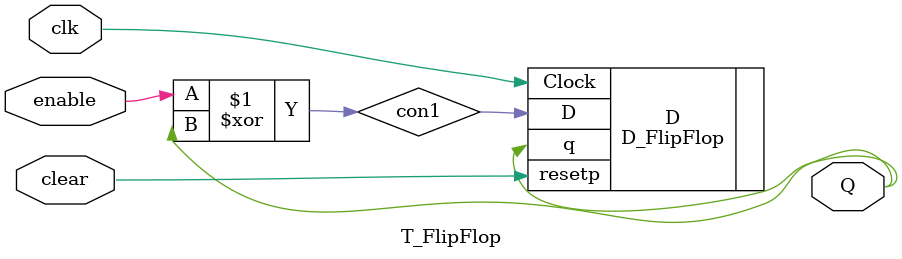
<source format=v>
`timescale 1ns / 1ns // `timescale time_unit/time_precision

module T_FlipFlop(clk, clear, enable, Q);
	input clk, clear, enable; 
	output Q; 
	
	wire con1; 
	
	assign con1 = enable ^ Q; 
	D_FlipFlop D(.D(con1),.resetp(clear), .Clock(clk), .q(Q)); 
	
endmodule

</source>
